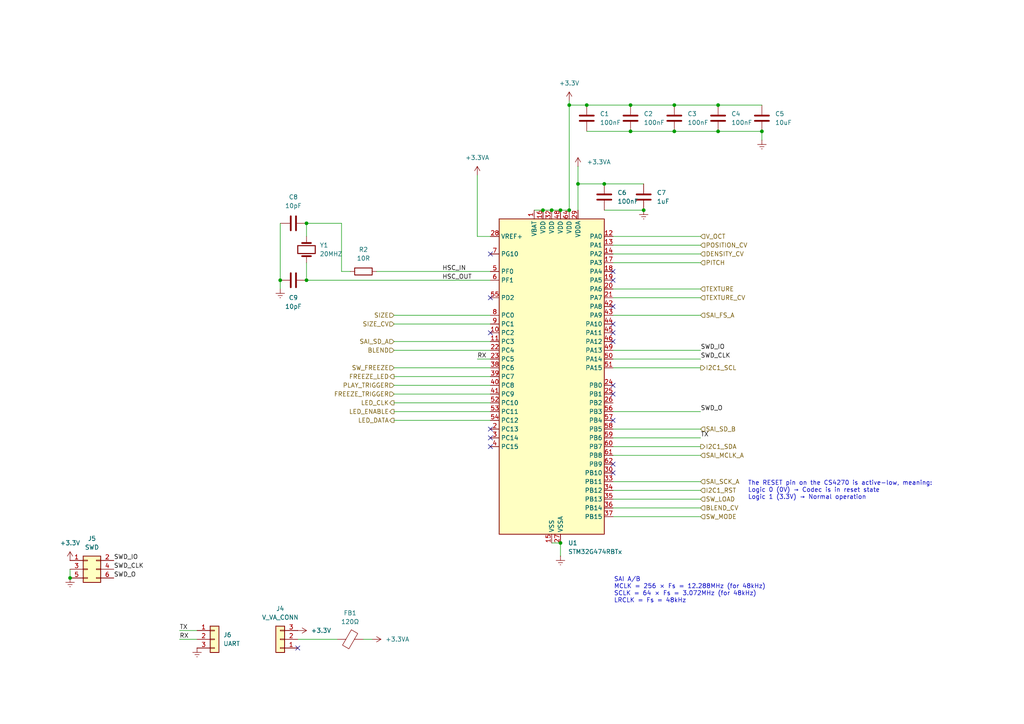
<source format=kicad_sch>
(kicad_sch (version 20231120) (generator "eeschema") (generator_version "8.0")
  (paper "A4")
  (lib_symbols
    (symbol "Connector_Generic:Conn_01x03" (pin_names (offset 1.016) hide)
      (property "Reference" "J" (at 0 5.08 0))
      (property "Value" "Conn_01x03" (at 0 -5.08 0))
      (symbol "Conn_01x03_1_1"
        (rectangle (start -1.27 -2.413) (end 0 -2.667) (stroke (width 0.1524)))
        (rectangle (start -1.27 0.127) (end 0 -0.127) (stroke (width 0.1524)))
        (rectangle (start -1.27 2.667) (end 0 2.413) (stroke (width 0.1524)))
        (rectangle (start -1.27 3.81) (end 1.27 -3.81) (stroke (width 0.254)) (fill (type background)))
        (pin passive line (at -5.08 2.54 0) (length 3.81) (name "Pin_1") (number "1"))
        (pin passive line (at -5.08 0 0) (length 3.81) (name "Pin_2") (number "2"))
        (pin passive line (at -5.08 -2.54 0) (length 3.81) (name "Pin_3") (number "3"))
      )
    )
    (symbol "Connector_Generic:Conn_02x03_Odd_Even" (pin_names (offset 1.016) hide)
      (property "Reference" "J" (at 1.27 5.08 0))
      (property "Value" "Conn_02x03_Odd_Even" (at 1.27 -5.08 0))
      (symbol "Conn_02x03_Odd_Even_1_1"
        (rectangle (start -1.27 -2.413) (end 0 -2.667) (stroke (width 0.1524)))
        (rectangle (start -1.27 0.127) (end 0 -0.127) (stroke (width 0.1524)))
        (rectangle (start -1.27 2.667) (end 0 2.413) (stroke (width 0.1524)))
        (rectangle (start -1.27 3.81) (end 3.81 -3.81) (stroke (width 0.254)) (fill (type background)))
        (rectangle (start 3.81 -2.413) (end 2.54 -2.667) (stroke (width 0.1524)))
        (rectangle (start 3.81 0.127) (end 2.54 -0.127) (stroke (width 0.1524)))
        (rectangle (start 3.81 2.667) (end 2.54 2.413) (stroke (width 0.1524)))
        (pin passive line (at -5.08 2.54 0) (length 3.81) (name "Pin_1") (number "1"))
        (pin passive line (at 7.62 2.54 180) (length 3.81) (name "Pin_2") (number "2"))
        (pin passive line (at -5.08 0 0) (length 3.81) (name "Pin_3") (number "3"))
        (pin passive line (at 7.62 0 180) (length 3.81) (name "Pin_4") (number "4"))
        (pin passive line (at -5.08 -2.54 0) (length 3.81) (name "Pin_5") (number "5"))
        (pin passive line (at 7.62 -2.54 180) (length 3.81) (name "Pin_6") (number "6"))
      )
    )
    (symbol "Device:C" (pin_numbers hide) (pin_names (offset 0.254))
      (property "Reference" "C" (at 0.635 2.54 0))
      (property "Value" "C" (at 0.635 -2.54 0))
      (symbol "C_0_1"
        (polyline (pts (xy -2.032 -0.762) (xy 2.032 -0.762)) (stroke (width 0.508)))
        (polyline (pts (xy -2.032 0.762) (xy 2.032 0.762)) (stroke (width 0.508)))
      )
      (symbol "C_1_1"
        (pin passive line (at 0 3.81 270) (length 2.794) (name "~") (number "1"))
        (pin passive line (at 0 -3.81 90) (length 2.794) (name "~") (number "2"))
      )
    )
    (symbol "Device:Crystal" (pin_numbers hide) (pin_names (offset 1.016) hide)
      (property "Reference" "Y" (at 0 3.81 0))
      (property "Value" "Crystal" (at 0 -3.81 0))
      (symbol "Crystal_0_1"
        (rectangle (start -1.143 2.54) (end 1.143 -2.54) (stroke (width 0.3048)))
        (polyline (pts (xy -2.54 0) (xy -1.905 0)))
        (polyline (pts (xy -1.905 -1.27) (xy -1.905 1.27)) (stroke (width 0.508)))
        (polyline (pts (xy 1.905 -1.27) (xy 1.905 1.27)) (stroke (width 0.508)))
        (polyline (pts (xy 2.54 0) (xy 1.905 0)))
      )
      (symbol "Crystal_1_1"
        (pin passive line (at -3.81 0 0) (length 1.27) (name "1") (number "1"))
        (pin passive line (at 3.81 0 180) (length 1.27) (name "2") (number "2"))
      )
    )
    (symbol "Device:FerriteBead" (pin_numbers hide) (pin_names (offset 0))
      (property "Reference" "FB" (at -3.81 0.635 90))
      (property "Value" "FerriteBead" (at 3.81 0 90))
      (symbol "FerriteBead_0_1"
        (polyline (pts (xy 0 -1.27) (xy 0 -1.2192)))
        (polyline (pts (xy 0 1.27) (xy 0 1.2954)))
        (polyline (pts (xy -2.7686 0.4064) (xy -1.7018 2.2606) (xy 2.7686 -0.3048) (xy 1.6764 -2.159) (xy -2.7686 0.4064)))
      )
      (symbol "FerriteBead_1_1"
        (pin passive line (at 0 3.81 270) (length 2.54) (name "~") (number "1"))
        (pin passive line (at 0 -3.81 90) (length 2.54) (name "~") (number "2"))
      )
    )
    (symbol "Device:R" (pin_numbers hide) (pin_names (offset 0))
      (property "Reference" "R" (at 2.032 0 90))
      (property "Value" "R" (at 0 0 90))
      (symbol "R_0_1"
        (rectangle (start -1.016 -2.54) (end 1.016 2.54) (stroke (width 0.254)))
      )
      (symbol "R_1_1"
        (pin passive line (at 0 3.81 270) (length 1.27) (name "~") (number "1"))
        (pin passive line (at 0 -3.81 90) (length 1.27) (name "~") (number "2"))
      )
    )
    (symbol "MCU_ST_STM32G4:STM32G474RBTx"
      (property "Reference" "U" (at -15.24 46.99 0))
      (property "Value" "STM32G474RBTx" (at 10.16 46.99 0))
      (symbol "STM32G474RBTx_0_1"
        (rectangle (start -15.24 -45.72) (end 15.24 45.72) (stroke (width 0.254)) (fill (type background)))
      )
      (symbol "STM32G474RBTx_1_1"
        (pin power_in line (at -5.08 48.26 270) (length 2.54) (name "VBAT") (number "1"))
        (pin bidirectional line (at -17.78 12.7 0) (length 2.54) (name "PC2") (number "10"))
        (pin bidirectional line (at -17.78 10.16 0) (length 2.54) (name "PC3") (number "11"))
        (pin bidirectional line (at 17.78 40.64 180) (length 2.54) (name "PA0") (number "12"))
        (pin bidirectional line (at 17.78 38.1 180) (length 2.54) (name "PA1") (number "13"))
        (pin bidirectional line (at 17.78 35.56 180) (length 2.54) (name "PA2") (number "14"))
        (pin power_in line (at 0 -48.26 90) (length 2.54) (name "VSS") (number "15"))
        (pin power_in line (at -2.54 48.26 270) (length 2.54) (name "VDD") (number "16"))
        (pin bidirectional line (at 17.78 33.02 180) (length 2.54) (name "PA3") (number "17"))
        (pin bidirectional line (at 17.78 30.48 180) (length 2.54) (name "PA4") (number "18"))
        (pin bidirectional line (at 17.78 27.94 180) (length 2.54) (name "PA5") (number "19"))
        (pin bidirectional line (at -17.78 -15.24 0) (length 2.54) (name "PC13") (number "2"))
        (pin bidirectional line (at 17.78 25.4 180) (length 2.54) (name "PA6") (number "20"))
        (pin bidirectional line (at 17.78 22.86 180) (length 2.54) (name "PA7") (number "21"))
        (pin bidirectional line (at -17.78 7.62 0) (length 2.54) (name "PC4") (number "22"))
        (pin bidirectional line (at -17.78 5.08 0) (length 2.54) (name "PC5") (number "23"))
        (pin bidirectional line (at 17.78 -2.54 180) (length 2.54) (name "PB0") (number "24"))
        (pin bidirectional line (at 17.78 -5.08 180) (length 2.54) (name "PB1") (number "25"))
        (pin bidirectional line (at 17.78 -7.62 180) (length 2.54) (name "PB2") (number "26"))
        (pin power_in line (at 2.54 -48.26 90) (length 2.54) (name "VSSA") (number "27"))
        (pin input line (at -17.78 40.64 0) (length 2.54) (name "VREF+") (number "28"))
        (pin power_in line (at 7.62 48.26 270) (length 2.54) (name "VDDA") (number "29"))
        (pin bidirectional line (at -17.78 -17.78 0) (length 2.54) (name "PC14") (number "3"))
        (pin bidirectional line (at 17.78 -27.94 180) (length 2.54) (name "PB10") (number "30"))
        (pin passive line (at 0 -48.26 90) (length 2.54) hide (name "VSS") (number "31"))
        (pin power_in line (at 0 48.26 270) (length 2.54) (name "VDD") (number "32"))
        (pin bidirectional line (at 17.78 -30.48 180) (length 2.54) (name "PB11") (number "33"))
        (pin bidirectional line (at 17.78 -33.02 180) (length 2.54) (name "PB12") (number "34"))
        (pin bidirectional line (at 17.78 -35.56 180) (length 2.54) (name "PB13") (number "35"))
        (pin bidirectional line (at 17.78 -38.1 180) (length 2.54) (name "PB14") (number "36"))
        (pin bidirectional line (at 17.78 -40.64 180) (length 2.54) (name "PB15") (number "37"))
        (pin bidirectional line (at -17.78 2.54 0) (length 2.54) (name "PC6") (number "38"))
        (pin bidirectional line (at -17.78 0 0) (length 2.54) (name "PC7") (number "39"))
        (pin bidirectional line (at -17.78 -20.32 0) (length 2.54) (name "PC15") (number "4"))
        (pin bidirectional line (at -17.78 -2.54 0) (length 2.54) (name "PC8") (number "40"))
        (pin bidirectional line (at -17.78 -5.08 0) (length 2.54) (name "PC9") (number "41"))
        (pin bidirectional line (at 17.78 20.32 180) (length 2.54) (name "PA8") (number "42"))
        (pin bidirectional line (at 17.78 17.78 180) (length 2.54) (name "PA9") (number "43"))
        (pin bidirectional line (at 17.78 15.24 180) (length 2.54) (name "PA10") (number "44"))
        (pin bidirectional line (at 17.78 12.7 180) (length 2.54) (name "PA11") (number "45"))
        (pin bidirectional line (at 17.78 10.16 180) (length 2.54) (name "PA12") (number "46"))
        (pin passive line (at 0 -48.26 90) (length 2.54) hide (name "VSS") (number "47"))
        (pin power_in line (at 2.54 48.26 270) (length 2.54) (name "VDD") (number "48"))
        (pin bidirectional line (at 17.78 7.62 180) (length 2.54) (name "PA13") (number "49"))
        (pin bidirectional line (at -17.78 30.48 0) (length 2.54) (name "PF0") (number "5"))
        (pin bidirectional line (at 17.78 5.08 180) (length 2.54) (name "PA14") (number "50"))
        (pin bidirectional line (at 17.78 2.54 180) (length 2.54) (name "PA15") (number "51"))
        (pin bidirectional line (at -17.78 -7.62 0) (length 2.54) (name "PC10") (number "52"))
        (pin bidirectional line (at -17.78 -10.16 0) (length 2.54) (name "PC11") (number "53"))
        (pin bidirectional line (at -17.78 -12.7 0) (length 2.54) (name "PC12") (number "54"))
        (pin bidirectional line (at -17.78 22.86 0) (length 2.54) (name "PD2") (number "55"))
        (pin bidirectional line (at 17.78 -10.16 180) (length 2.54) (name "PB3") (number "56"))
        (pin bidirectional line (at 17.78 -12.7 180) (length 2.54) (name "PB4") (number "57"))
        (pin bidirectional line (at 17.78 -15.24 180) (length 2.54) (name "PB5") (number "58"))
        (pin bidirectional line (at 17.78 -17.78 180) (length 2.54) (name "PB6") (number "59"))
        (pin bidirectional line (at -17.78 27.94 0) (length 2.54) (name "PF1") (number "6"))
        (pin bidirectional line (at 17.78 -20.32 180) (length 2.54) (name "PB7") (number "60"))
        (pin bidirectional line (at 17.78 -22.86 180) (length 2.54) (name "PB8") (number "61"))
        (pin bidirectional line (at 17.78 -25.4 180) (length 2.54) (name "PB9") (number "62"))
        (pin passive line (at 0 -48.26 90) (length 2.54) hide (name "VSS") (number "63"))
        (pin power_in line (at 5.08 48.26 270) (length 2.54) (name "VDD") (number "64"))
        (pin bidirectional line (at -17.78 35.56 0) (length 2.54) (name "PG10") (number "7"))
        (pin bidirectional line (at -17.78 17.78 0) (length 2.54) (name "PC0") (number "8"))
        (pin bidirectional line (at -17.78 15.24 0) (length 2.54) (name "PC1") (number "9"))
      )
    )
    (symbol "power:+3.3V" (power) (pin_numbers hide) (pin_names (offset 0) hide)
      (property "Value" "+3.3V" (at 0 3.556 0))
      (symbol "+3.3V_0_1"
        (polyline (pts (xy -0.762 1.27) (xy 0 2.54)))
        (polyline (pts (xy 0 0) (xy 0 2.54)))
        (polyline (pts (xy 0 2.54) (xy 0.762 1.27)))
      )
      (symbol "+3.3V_1_1"
        (pin power_in line (at 0 0 90) (length 0) (name "~") (number "1"))
      )
    )
    (symbol "power:GNDREF" (power) (pin_numbers hide) (pin_names (offset 0) hide)
      (property "Value" "GNDREF" (at 0 -3.81 0))
      (symbol "GNDREF_0_1"
        (polyline (pts (xy -0.635 -1.905) (xy 0.635 -1.905)))
        (polyline (pts (xy -0.127 -2.54) (xy 0.127 -2.54)))
        (polyline (pts (xy 0 -1.27) (xy 0 0)))
        (polyline (pts (xy 1.27 -1.27) (xy -1.27 -1.27)))
      )
      (symbol "GNDREF_1_1"
        (pin power_in line (at 0 0 270) (length 0) (name "~") (number "1"))
      )
    )
  )
  (junction (at 186.69 60.96))
  (junction (at 175.26 53.34))
  (junction (at 182.88 30.48))
  (junction (at 170.18 30.48))
  (junction (at 157.48 60.96))
  (junction (at 162.56 157.48))
  (junction (at 165.1 60.96))
  (junction (at 182.88 38.1))
  (junction (at 88.9 81.28))
  (junction (at 220.98 38.1))
  (junction (at 167.64 53.34))
  (junction (at 20.32 167.64))
  (junction (at 195.58 38.1))
  (junction (at 208.28 38.1))
  (junction (at 88.9 64.77))
  (junction (at 162.56 60.96))
  (junction (at 81.28 81.28))
  (junction (at 160.02 60.96))
  (junction (at 208.28 30.48))
  (junction (at 195.58 30.48))
  (junction (at 165.1 30.48))
  (no_connect (at 177.8 93.98))
  (no_connect (at 177.8 114.3))
  (no_connect (at 177.8 137.16))
  (no_connect (at 177.8 99.06))
  (no_connect (at 177.8 96.52))
  (no_connect (at 142.24 129.54))
  (no_connect (at 177.8 81.28))
  (no_connect (at 142.24 86.36))
  (no_connect (at 177.8 121.92))
  (no_connect (at 86.36 187.96))
  (no_connect (at 177.8 111.76))
  (no_connect (at 177.8 78.74))
  (no_connect (at 177.8 134.62))
  (no_connect (at 177.8 88.9))
  (no_connect (at 142.24 73.66))
  (no_connect (at 142.24 127))
  (no_connect (at 142.24 96.52))
  (no_connect (at 142.24 124.46))
  (wire (pts (xy 138.43 104.14) (xy 142.24 104.14)))
  (wire (pts (xy 165.1 30.48) (xy 170.18 30.48)))
  (wire (pts (xy 114.3 119.38) (xy 142.24 119.38)))
  (wire (pts (xy 167.64 53.34) (xy 167.64 60.96)))
  (wire (pts (xy 114.3 114.3) (xy 142.24 114.3)))
  (wire (pts (xy 81.28 64.77) (xy 81.28 81.28)))
  (wire (pts (xy 114.3 121.92) (xy 142.24 121.92)))
  (wire (pts (xy 177.8 139.7) (xy 203.2 139.7)))
  (wire (pts (xy 177.8 71.12) (xy 203.2 71.12)))
  (wire (pts (xy 114.3 111.76) (xy 142.24 111.76)))
  (wire (pts (xy 165.1 30.48) (xy 165.1 60.96)))
  (wire (pts (xy 195.58 38.1) (xy 208.28 38.1)))
  (wire (pts (xy 138.43 50.8) (xy 138.43 68.58)))
  (wire (pts (xy 88.9 76.2) (xy 88.9 81.28)))
  (wire (pts (xy 114.3 99.06) (xy 142.24 99.06)))
  (wire (pts (xy 114.3 116.84) (xy 142.24 116.84)))
  (wire (pts (xy 175.26 53.34) (xy 186.69 53.34)))
  (wire (pts (xy 114.3 109.22) (xy 142.24 109.22)))
  (wire (pts (xy 162.56 60.96) (xy 165.1 60.96)))
  (wire (pts (xy 107.95 185.42) (xy 105.41 185.42)))
  (wire (pts (xy 114.3 93.98) (xy 142.24 93.98)))
  (wire (pts (xy 177.8 83.82) (xy 203.2 83.82)))
  (wire (pts (xy 177.8 73.66) (xy 203.2 73.66)))
  (wire (pts (xy 177.8 86.36) (xy 203.2 86.36)))
  (wire (pts (xy 177.8 144.78) (xy 203.2 144.78)))
  (wire (pts (xy 88.9 68.58) (xy 88.9 64.77)))
  (wire (pts (xy 203.2 124.46) (xy 177.8 124.46)))
  (wire (pts (xy 177.8 132.08) (xy 203.2 132.08)))
  (wire (pts (xy 203.2 147.32) (xy 177.8 147.32)))
  (wire (pts (xy 208.28 30.48) (xy 220.98 30.48)))
  (wire (pts (xy 167.64 53.34) (xy 175.26 53.34)))
  (wire (pts (xy 220.98 40.64) (xy 220.98 38.1)))
  (wire (pts (xy 203.2 119.38) (xy 177.8 119.38)))
  (wire (pts (xy 177.8 127) (xy 203.2 127)))
  (wire (pts (xy 114.3 101.6) (xy 142.24 101.6)))
  (wire (pts (xy 109.22 78.74) (xy 142.24 78.74)))
  (wire (pts (xy 167.64 53.34) (xy 167.64 48.26)))
  (wire (pts (xy 203.2 149.86) (xy 177.8 149.86)))
  (wire (pts (xy 157.48 60.96) (xy 160.02 60.96)))
  (wire (pts (xy 88.9 64.77) (xy 99.06 64.77)))
  (wire (pts (xy 81.28 81.28) (xy 81.28 83.82)))
  (wire (pts (xy 170.18 38.1) (xy 182.88 38.1)))
  (wire (pts (xy 177.8 68.58) (xy 203.2 68.58)))
  (wire (pts (xy 99.06 64.77) (xy 99.06 78.74)))
  (wire (pts (xy 177.8 106.68) (xy 203.2 106.68)))
  (wire (pts (xy 170.18 30.48) (xy 182.88 30.48)))
  (wire (pts (xy 195.58 30.48) (xy 208.28 30.48)))
  (wire (pts (xy 177.8 129.54) (xy 203.2 129.54)))
  (wire (pts (xy 160.02 60.96) (xy 162.56 60.96)))
  (wire (pts (xy 52.07 185.42) (xy 57.15 185.42)))
  (wire (pts (xy 138.43 68.58) (xy 142.24 68.58)))
  (wire (pts (xy 154.94 60.96) (xy 157.48 60.96)))
  (wire (pts (xy 177.8 76.2) (xy 203.2 76.2)))
  (wire (pts (xy 20.32 165.1) (xy 20.32 167.64)))
  (wire (pts (xy 88.9 81.28) (xy 142.24 81.28)))
  (wire (pts (xy 182.88 30.48) (xy 195.58 30.48)))
  (wire (pts (xy 86.36 185.42) (xy 97.79 185.42)))
  (wire (pts (xy 99.06 78.74) (xy 101.6 78.74)))
  (wire (pts (xy 177.8 142.24) (xy 203.2 142.24)))
  (wire (pts (xy 175.26 60.96) (xy 186.69 60.96)))
  (wire (pts (xy 114.3 91.44) (xy 142.24 91.44)))
  (wire (pts (xy 177.8 104.14) (xy 203.2 104.14)))
  (wire (pts (xy 182.88 38.1) (xy 195.58 38.1)))
  (wire (pts (xy 203.2 91.44) (xy 177.8 91.44)))
  (wire (pts (xy 160.02 157.48) (xy 162.56 157.48)))
  (wire (pts (xy 52.07 182.88) (xy 57.15 182.88)))
  (wire (pts (xy 177.8 101.6) (xy 203.2 101.6)))
  (wire (pts (xy 162.56 161.29) (xy 162.56 157.48)))
  (wire (pts (xy 165.1 29.21) (xy 165.1 30.48)))
  (wire (pts (xy 114.3 106.68) (xy 142.24 106.68)))
  (wire (pts (xy 208.28 38.1) (xy 220.98 38.1)))
  (text "SAI A/B\nMCLK = 256 × Fs = 12.288MHz (for 48kHz)\nSCLK = 64 × Fs = 3.072MHz (for 48kHz)\nLRCLK = Fs = 48kHz" (at 178.054 171.196 0) (effects (font (size 1.27 1.27)) (justify left)))
  (text "The RESET pin on the CS4270 is active-low, meaning:\nLogic 0 (0V) → Codec is in reset state\nLogic 1 (3.3V) → Normal operation" (at 216.916 142.24 0) (effects (font (size 1.27 1.27)) (justify left)))
  (label "SWD_CLK" (at 33.02 165.1 0))
  (label "SWD_O" (at 203.2 119.38 0))
  (label "SWD_IO" (at 33.02 162.56 0))
  (label "SWD_IO" (at 203.2 101.6 0))
  (label "HSC_OUT" (at 128.27 81.28 0))
  (label "TX" (at 203.2 127 0))
  (label "SWD_CLK" (at 203.2 104.14 0))
  (label "RX" (at 52.07 185.42 0))
  (label "RX" (at 138.43 104.14 0))
  (label "HSC_IN" (at 128.27 78.74 0))
  (label "TX" (at 52.07 182.88 0))
  (label "SWD_O" (at 33.02 167.64 0))
  (hierarchical_label "SAI_FS_A" (shape input) (at 203.2 91.44 0))
  (hierarchical_label "SAI_MCLK_A" (shape input) (at 203.2 132.08 0))
  (hierarchical_label "I2C1_RST" (shape input) (at 203.2 142.24 0))
  (hierarchical_label "BLEND" (shape input) (at 114.3 101.6 180))
  (hierarchical_label "SW_LOAD" (shape input) (at 203.2 144.78 0))
  (hierarchical_label "LED_ENABLE" (shape output) (at 114.3 119.38 180))
  (hierarchical_label "I2C1_SCL" (shape output) (at 203.2 106.68 0))
  (hierarchical_label "DENSITY_CV" (shape input) (at 203.2 73.66 0))
  (hierarchical_label "V_OCT" (shape input) (at 203.2 68.58 0))
  (hierarchical_label "POSITION_CV" (shape input) (at 203.2 71.12 0))
  (hierarchical_label "SAI_SCK_A" (shape input) (at 203.2 139.7 0))
  (hierarchical_label "SW_FREEZE" (shape input) (at 114.3 106.68 180))
  (hierarchical_label "FREEZE_LED" (shape output) (at 114.3 109.22 180))
  (hierarchical_label "SIZE" (shape input) (at 114.3 91.44 180))
  (hierarchical_label "SIZE_CV" (shape input) (at 114.3 93.98 180))
  (hierarchical_label "SAI_SD_A" (shape input) (at 114.3 99.06 180))
  (hierarchical_label "I2C1_SDA" (shape output) (at 203.2 129.54 0))
  (hierarchical_label "LED_DATA" (shape output) (at 114.3 121.92 180))
  (hierarchical_label "BLEND_CV" (shape input) (at 203.2 147.32 0))
  (hierarchical_label "TEXTURE" (shape input) (at 203.2 83.82 0))
  (hierarchical_label "TEXTURE_CV" (shape input) (at 203.2 86.36 0))
  (hierarchical_label "PITCH" (shape input) (at 203.2 76.2 0))
  (hierarchical_label "SW_MODE" (shape input) (at 203.2 149.86 0))
  (hierarchical_label "PLAY_TRIGGER" (shape input) (at 114.3 111.76 180))
  (hierarchical_label "LED_CLK" (shape output) (at 114.3 116.84 180))
  (hierarchical_label "FREEZE_TRIGGER" (shape input) (at 114.3 114.3 180))
  (hierarchical_label "SAI_SD_B" (shape input) (at 203.2 124.46 0))
  (symbol (lib_id "power:GNDREF") (at 220.98 40.64 0) (unit 1)
    (property "Reference" "#PWR014" (effects (hide yes)))
    (property "Value" "GNDREF" (effects (hide yes)))
    (property "Description" "Power symbol creates a global label with name \"GNDREF\" , reference supply ground" (effects (hide yes)))
  )
  (symbol (lib_id "Connector_Generic:Conn_02x03_Odd_Even") (at 25.4 165.1 0) (unit 1)
    (property "Reference" "J5" (at 26.67 156.21 0))
    (property "Value" "SWD" (at 26.67 158.75 0))
    (property "Footprint" "Connector_PinHeader_2.54mm:PinHeader_2x03_P2.54mm_Vertical" (effects (hide yes)))
    (property "Description" "Generic connector, double row, 02x03, odd/even pin numbering scheme (row 1 odd numbers, row 2 even numbers), script generated (kicad-library-utils/schlib/autogen/connector/)" (effects (hide yes)))
  )
  (symbol (lib_id "Device:C") (at 186.69 57.15 180) (unit 1)
    (property "Reference" "C7" (at 190.5 55.8799 0) (effects (justify right)))
    (property "Value" "1uF" (at 190.5 58.4199 0) (effects (justify right)))
    (property "Footprint" "Capacitor_SMD:C_0805_2012Metric_Pad1.18x1.45mm_HandSolder" (effects (hide yes)))
    (property "Description" "Unpolarized capacitor" (effects (hide yes)))
  )
  (symbol (lib_id "Device:C") (at 85.09 81.28 270) (unit 1)
    (property "Reference" "C9" (at 85.09 86.36 90))
    (property "Value" "10pF" (at 85.09 88.9 90))
    (property "Footprint" "Capacitor_SMD:C_0805_2012Metric_Pad1.18x1.45mm_HandSolder" (effects (hide yes)))
    (property "Description" "Unpolarized capacitor" (effects (hide yes)))
  )
  (symbol (lib_id "power:GNDREF") (at 81.28 83.82 0) (unit 1)
    (property "Reference" "#PWR013" (effects (hide yes)))
    (property "Value" "GNDREF" (effects (hide yes)))
    (property "Description" "Power symbol creates a global label with name \"GNDREF\" , reference supply ground" (effects (hide yes)))
  )
  (symbol (lib_id "power:GNDREF") (at 162.56 161.29 0) (unit 1)
    (property "Reference" "#PWR035" (effects (hide yes)))
    (property "Value" "GNDREF" (effects (hide yes)))
    (property "Description" "Power symbol creates a global label with name \"GNDREF\" , reference supply ground" (effects (hide yes)))
  )
  (symbol (lib_id "Connector_Generic:Conn_01x03") (at 62.23 185.42 0) (unit 1)
    (property "Reference" "J6" (at 64.77 184.1499 0) (effects (justify left)))
    (property "Value" "UART" (at 64.77 186.6899 0) (effects (justify left)))
    (property "Footprint" "Connector_PinHeader_2.54mm:PinHeader_1x03_P2.54mm_Vertical" (effects (hide yes)))
    (property "Description" "Generic connector, single row, 01x03, script generated (kicad-library-utils/schlib/autogen/connector/)" (effects (hide yes)))
  )
  (symbol (lib_id "Device:FerriteBead") (at 101.6 185.42 90) (unit 1)
    (property "Reference" "FB1" (at 101.5492 177.8 90))
    (property "Value" "120Ω" (at 101.5492 180.34 90))
    (property "Footprint" "Inductor_SMD:L_0805_2012Metric_Pad1.15x1.40mm_HandSolder" (effects (hide yes)))
    (property "Description" "Ferrite bead" (effects (hide yes)))
  )
  (symbol (lib_id "power:+3.3V") (at 86.36 182.88 270) (unit 1)
    (property "Reference" "#PWR011" (effects (hide yes)))
    (property "Value" "+3.3V" (at 90.17 182.8799 90) (effects (justify left)))
    (property "Description" "Power symbol creates a global label with name \"+3.3V\"" (effects (hide yes)))
  )
  (symbol (lib_id "Device:C") (at 170.18 34.29 180) (unit 1)
    (property "Reference" "C1" (at 173.99 33.0199 0) (effects (justify right)))
    (property "Value" "100nF" (at 173.99 35.5599 0) (effects (justify right)))
    (property "Footprint" "Capacitor_SMD:C_0805_2012Metric_Pad1.18x1.45mm_HandSolder" (effects (hide yes)))
    (property "Description" "Unpolarized capacitor" (effects (hide yes)))
  )
  (symbol (lib_id "power:+3.3V") (at 138.43 50.8 0) (unit 1)
    (property "Reference" "#PWR018" (effects (hide yes)))
    (property "Value" "+3.3VA" (at 138.43 45.72 0))
    (property "Description" "Power symbol creates a global label with name \"+3.3V\"" (effects (hide yes)))
  )
  (symbol (lib_id "Device:Crystal") (at 88.9 72.39 270) (unit 1)
    (property "Reference" "Y1" (at 92.71 71.1199 90) (effects (justify left)))
    (property "Value" "20MHZ" (at 92.71 73.6599 90) (effects (justify left)))
    (property "Footprint" "Crystal:Crystal_SMD_HC49-SD_HandSoldering" (effects (hide yes)))
    (property "Description" "Two pin crystal" (effects (hide yes)))
  )
  (symbol (lib_id "MCU_ST_STM32G4:STM32G474RBTx") (at 160.02 109.22 0) (unit 1)
    (property "Reference" "U1" (at 164.7541 157.48 0) (effects (justify left)))
    (property "Value" "STM32G474RBTx" (at 164.7541 160.02 0) (effects (justify left)))
    (property "Footprint" "Package_QFP:LQFP-64_10x10mm_P0.5mm" (effects (hide yes)))
    (property "Datasheet" "https://www.st.com/resource/en/datasheet/stm32g474rb.pdf" (effects (hide yes)))
    (property "Description" "STMicroelectronics Arm Cortex-M4 MCU, 128KB flash, 128KB RAM, 170 MHz, 1.71-3.6V, 52 GPIO, LQFP64" (effects (hide yes)))
  )
  (symbol (lib_id "power:+3.3V") (at 20.32 162.56 0) (unit 1)
    (property "Reference" "#PWR022" (effects (hide yes)))
    (property "Value" "+3.3V" (at 20.32 157.48 0))
    (property "Description" "Power symbol creates a global label with name \"+3.3V\"" (effects (hide yes)))
  )
  (symbol (lib_id "power:+3.3V") (at 107.95 185.42 270) (unit 1)
    (property "Reference" "#PWR012" (effects (hide yes)))
    (property "Value" "+3.3VA" (at 111.76 185.4199 90) (effects (justify left)))
    (property "Description" "Power symbol creates a global label with name \"+3.3V\"" (effects (hide yes)))
  )
  (symbol (lib_id "power:GNDREF") (at 57.15 187.96 0) (unit 1)
    (property "Reference" "#PWR020" (effects (hide yes)))
    (property "Value" "GNDREF" (effects (hide yes)))
    (property "Description" "Power symbol creates a global label with name \"GNDREF\" , reference supply ground" (effects (hide yes)))
  )
  (symbol (lib_id "Connector_Generic:Conn_01x03") (at 81.28 185.42 180) (unit 1)
    (property "Reference" "J4" (at 81.28 176.53 0))
    (property "Value" "V_VA_CONN" (at 81.28 179.07 0))
    (property "Footprint" "Connector_PinHeader_2.54mm:PinHeader_1x03_P2.54mm_Vertical" (effects (hide yes)))
    (property "Description" "Generic connector, single row, 01x03, script generated (kicad-library-utils/schlib/autogen/connector/)" (effects (hide yes)))
  )
  (symbol (lib_id "power:GNDREF") (at 186.69 60.96 0) (unit 1)
    (property "Reference" "#PWR030" (effects (hide yes)))
    (property "Value" "GNDREF" (effects (hide yes)))
    (property "Description" "Power symbol creates a global label with name \"GNDREF\" , reference supply ground" (effects (hide yes)))
  )
  (symbol (lib_id "Device:C") (at 175.26 57.15 180) (unit 1)
    (property "Reference" "C6" (at 179.07 55.8799 0) (effects (justify right)))
    (property "Value" "100nF" (at 179.07 58.4199 0) (effects (justify right)))
    (property "Footprint" "Capacitor_SMD:C_0805_2012Metric_Pad1.18x1.45mm_HandSolder" (effects (hide yes)))
    (property "Description" "Unpolarized capacitor" (effects (hide yes)))
  )
  (symbol (lib_id "Device:C") (at 85.09 64.77 270) (unit 1)
    (property "Reference" "C8" (at 85.09 57.15 90))
    (property "Value" "10pF" (at 85.09 59.69 90))
    (property "Footprint" "Capacitor_SMD:C_0805_2012Metric_Pad1.18x1.45mm_HandSolder" (effects (hide yes)))
    (property "Description" "Unpolarized capacitor" (effects (hide yes)))
  )
  (symbol (lib_id "power:+3.3V") (at 167.64 48.26 0) (unit 1)
    (property "Reference" "#PWR015" (effects (hide yes)))
    (property "Value" "+3.3VA" (at 170.18 46.9899 0) (effects (justify left)))
    (property "Description" "Power symbol creates a global label with name \"+3.3V\"" (effects (hide yes)))
  )
  (symbol (lib_id "Device:R") (at 105.41 78.74 90) (unit 1)
    (property "Reference" "R2" (at 105.41 72.39 90))
    (property "Value" "10R" (at 105.41 74.93 90))
    (property "Footprint" "Resistor_SMD:R_0805_2012Metric_Pad1.20x1.40mm_HandSolder" (effects (hide yes)))
    (property "Description" "Resistor" (effects (hide yes)))
  )
  (symbol (lib_id "Device:C") (at 208.28 34.29 180) (unit 1)
    (property "Reference" "C4" (at 212.09 33.0199 0) (effects (justify right)))
    (property "Value" "100nF" (at 212.09 35.5599 0) (effects (justify right)))
    (property "Footprint" "Capacitor_SMD:C_0805_2012Metric_Pad1.18x1.45mm_HandSolder" (effects (hide yes)))
    (property "Description" "Unpolarized capacitor" (effects (hide yes)))
  )
  (symbol (lib_id "power:+3.3V") (at 165.1 29.21 0) (unit 1)
    (property "Reference" "#PWR010" (effects (hide yes)))
    (property "Value" "+3.3V" (at 165.1 24.13 0))
    (property "Description" "Power symbol creates a global label with name \"+3.3V\"" (effects (hide yes)))
  )
  (symbol (lib_id "Device:C") (at 195.58 34.29 180) (unit 1)
    (property "Reference" "C3" (at 199.39 33.0199 0) (effects (justify right)))
    (property "Value" "100nF" (at 199.39 35.5599 0) (effects (justify right)))
    (property "Footprint" "Capacitor_SMD:C_0805_2012Metric_Pad1.18x1.45mm_HandSolder" (effects (hide yes)))
    (property "Description" "Unpolarized capacitor" (effects (hide yes)))
  )
  (symbol (lib_id "Device:C") (at 182.88 34.29 180) (unit 1)
    (property "Reference" "C2" (at 186.69 33.0199 0) (effects (justify right)))
    (property "Value" "100nF" (at 186.69 35.5599 0) (effects (justify right)))
    (property "Footprint" "Capacitor_SMD:C_0805_2012Metric_Pad1.18x1.45mm_HandSolder" (effects (hide yes)))
    (property "Description" "Unpolarized capacitor" (effects (hide yes)))
  )
  (symbol (lib_id "power:GNDREF") (at 20.32 167.64 0) (unit 1)
    (property "Reference" "#PWR025" (effects (hide yes)))
    (property "Value" "GNDREF" (effects (hide yes)))
    (property "Description" "Power symbol creates a global label with name \"GNDREF\" , reference supply ground" (effects (hide yes)))
  )
  (symbol (lib_id "Device:C") (at 220.98 34.29 180) (unit 1)
    (property "Reference" "C5" (at 224.79 33.0199 0) (effects (justify right)))
    (property "Value" "10uF" (at 224.79 35.5599 0) (effects (justify right)))
    (property "Footprint" "Capacitor_SMD:C_0805_2012Metric_Pad1.18x1.45mm_HandSolder" (effects (hide yes)))
    (property "Description" "Unpolarized capacitor" (effects (hide yes)))
  )
)
</source>
